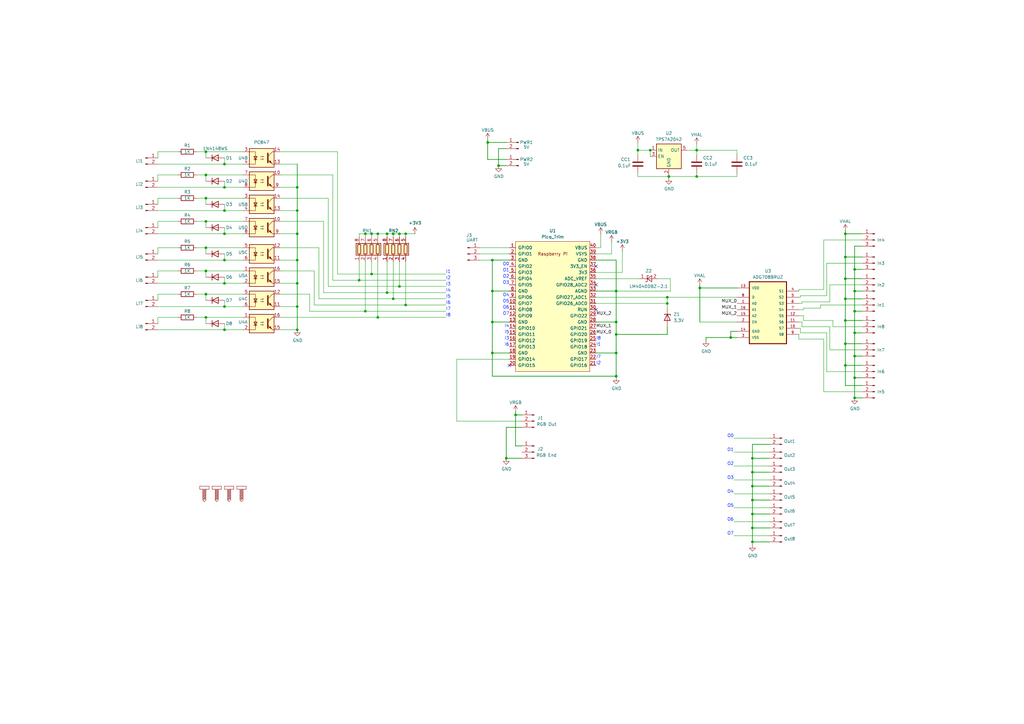
<source format=kicad_sch>
(kicad_sch (version 20250114) (generator "eeschema") (generator_version "9.0")
  (paper "A3")
  (junction (at 201.93 132.08))
  (junction (at 163.83 95.885))
  (junction (at 121.92 135.255))
  (junction (at 308.61 193.675))
  (junction (at 121.92 106.68))
  (junction (at 350.52 110.49))
  (junction (at 84.455 71.755))
  (junction (at 308.61 222.25))
  (junction (at 308.61 210.82))
  (junction (at 252.73 144.78))
  (junction (at 308.61 205.105))
  (junction (at 273.685 121.92))
  (junction (at 92.075 116.205))
  (junction (at 350.52 119.38))
  (junction (at 92.075 135.255))
  (junction (at 149.86 127.635))
  (junction (at 84.455 120.65))
  (junction (at 154.94 130.175))
  (junction (at 92.075 125.73))
  (junction (at 346.71 95.885))
  (junction (at 84.455 62.23))
  (junction (at 261.62 61.595))
  (junction (at 201.93 119.38))
  (junction (at 147.32 114.935))
  (junction (at 166.37 125.095))
  (junction (at 308.61 187.96))
  (junction (at 158.75 120.015))
  (junction (at 308.61 216.535))
  (junction (at 201.93 106.68))
  (junction (at 121.92 95.885))
  (junction (at 121.92 86.36))
  (junction (at 84.455 101.6))
  (junction (at 350.52 146.05))
  (junction (at 252.73 154.305))
  (junction (at 285.75 61.595))
  (junction (at 346.71 131.445))
  (junction (at 92.075 106.68))
  (junction (at 285.75 72.39))
  (junction (at 121.92 116.205))
  (junction (at 273.685 124.46))
  (junction (at 84.455 111.125))
  (junction (at 350.52 163.195))
  (junction (at 161.29 95.885))
  (junction (at 204.47 67.945))
  (junction (at 121.92 125.73))
  (junction (at 201.93 144.78))
  (junction (at 299.72 138.43))
  (junction (at 252.73 132.08))
  (junction (at 163.83 117.475))
  (junction (at 92.075 86.36))
  (junction (at 92.075 67.31))
  (junction (at 346.71 122.555))
  (junction (at 211.455 170.18))
  (junction (at 346.71 149.86))
  (junction (at 200.025 58.42))
  (junction (at 152.4 95.885))
  (junction (at 158.75 95.885))
  (junction (at 346.71 114.3))
  (junction (at 274.32 72.39))
  (junction (at 92.075 76.835))
  (junction (at 149.86 95.885))
  (junction (at 350.52 154.94))
  (junction (at 207.645 187.96))
  (junction (at 266.7 61.595))
  (junction (at 152.4 112.395))
  (junction (at 346.71 140.97))
  (junction (at 350.52 127.635))
  (junction (at 84.455 130.175))
  (junction (at 252.73 119.38))
  (junction (at 308.61 199.39))
  (junction (at 121.92 76.835))
  (junction (at 287.02 118.11))
  (junction (at 350.52 136.525))
  (junction (at 166.37 95.885))
  (junction (at 84.455 81.28))
  (junction (at 161.29 122.555))
  (junction (at 346.71 105.41))
  (junction (at 92.075 95.885))
  (junction (at 252.73 137.16))
  (junction (at 154.94 95.885))
  (junction (at 84.455 90.805))
  (no_connect (at 208.915 149.86))
  (no_connect (at 244.475 116.84))
  (no_connect (at 244.475 127))
  (no_connect (at 244.475 109.22))
  (wire (pts (xy 64.77 90.805) (xy 64.77 93.345)))
  (wire (pts (xy 92.075 93.345) (xy 92.075 95.885)))
  (wire (pts (xy 300.99 196.85) (xy 315.595 196.85)))
  (wire (pts (xy 64.77 125.73) (xy 92.075 125.73)))
  (wire (pts (xy 353.695 98.425) (xy 337.82 98.425)))
  (wire (pts (xy 138.43 112.395) (xy 152.4 112.395)))
  (wire (pts (xy 285.75 59.055) (xy 285.75 61.595)))
  (wire (pts (xy 281.94 61.595) (xy 285.75 61.595)))
  (wire (pts (xy 92.075 74.295) (xy 92.075 76.835)))
  (wire (pts (xy 211.455 170.18) (xy 213.995 170.18)) (stroke (width 0.254)))
  (wire (pts (xy 346.71 122.555) (xy 346.71 114.3)) (stroke (width 0.254)))
  (wire (pts (xy 350.52 136.525) (xy 350.52 146.05)) (stroke (width 0.254)))
  (wire (pts (xy 341.63 131.445) (xy 341.63 133.985)))
  (wire (pts (xy 350.52 154.94) (xy 353.695 154.94)) (stroke (width 0.254)))
  (wire (pts (xy 80.645 120.65) (xy 84.455 120.65)))
  (wire (pts (xy 308.61 216.535) (xy 308.61 222.25)) (stroke (width 0.254)))
  (wire (pts (xy 252.73 154.305) (xy 201.93 154.305)) (stroke (width 0.254)))
  (wire (pts (xy 80.645 90.805) (xy 84.455 90.805)))
  (wire (pts (xy 92.075 86.36) (xy 99.695 86.36)))
  (wire (pts (xy 204.47 67.945) (xy 207.645 67.945)) (stroke (width 0.254)))
  (wire (pts (xy 300.99 213.995) (xy 315.595 213.995)))
  (wire (pts (xy 315.595 182.245) (xy 308.61 182.245)) (stroke (width 0.254)))
  (wire (pts (xy 273.685 133.985) (xy 273.685 137.16)) (stroke (width 0.254)))
  (wire (pts (xy 328.93 133.985) (xy 328.93 132.08)))
  (wire (pts (xy 308.61 223.52) (xy 308.61 222.25)))
  (wire (pts (xy 187.325 147.32) (xy 187.325 172.72)))
  (wire (pts (xy 163.83 107.315) (xy 163.83 117.475)))
  (wire (pts (xy 308.61 182.245) (xy 308.61 187.96)) (stroke (width 0.254)))
  (wire (pts (xy 84.455 120.65) (xy 99.695 120.65)))
  (wire (pts (xy 92.075 132.715) (xy 92.075 135.255)))
  (wire (pts (xy 114.935 86.36) (xy 121.92 86.36)))
  (wire (pts (xy 337.82 160.655) (xy 353.695 160.655)))
  (wire (pts (xy 92.075 76.835) (xy 99.695 76.835)))
  (wire (pts (xy 250.825 104.14) (xy 244.475 104.14)))
  (wire (pts (xy 114.935 62.23) (xy 138.43 62.23)))
  (wire (pts (xy 147.32 107.315) (xy 147.32 114.935)))
  (wire (pts (xy 92.075 104.14) (xy 92.075 106.68)))
  (wire (pts (xy 261.62 58.42) (xy 261.62 61.595)))
  (wire (pts (xy 114.935 116.205) (xy 121.92 116.205)))
  (wire (pts (xy 64.77 95.885) (xy 92.075 95.885)))
  (wire (pts (xy 196.85 104.14) (xy 208.915 104.14)))
  (wire (pts (xy 346.71 105.41) (xy 346.71 95.885)) (stroke (width 0.254)))
  (wire (pts (xy 350.52 154.94) (xy 350.52 163.195)) (stroke (width 0.254)))
  (wire (pts (xy 152.4 112.395) (xy 182.88 112.395)))
  (wire (pts (xy 166.37 125.095) (xy 182.88 125.095)))
  (wire (pts (xy 327.66 118.745) (xy 337.82 118.745)))
  (wire (pts (xy 64.77 81.28) (xy 73.025 81.28)))
  (wire (pts (xy 328.295 121.285) (xy 339.09 121.285)))
  (wire (pts (xy 84.455 71.755) (xy 99.695 71.755)))
  (wire (pts (xy 302.26 61.595) (xy 302.26 63.5)))
  (wire (pts (xy 346.71 158.115) (xy 346.71 149.86)) (stroke (width 0.254)))
  (wire (pts (xy 80.645 71.755) (xy 84.455 71.755)))
  (wire (pts (xy 350.52 146.05) (xy 350.52 154.94)) (stroke (width 0.254)))
  (wire (pts (xy 84.455 120.65) (xy 84.455 123.19)))
  (wire (pts (xy 114.935 95.885) (xy 121.92 95.885)))
  (wire (pts (xy 149.86 107.315) (xy 149.86 127.635)))
  (wire (pts (xy 255.27 102.87) (xy 255.27 111.76)))
  (wire (pts (xy 244.475 132.08) (xy 252.73 132.08)) (stroke (width 0.254)))
  (wire (pts (xy 121.92 116.205) (xy 121.92 125.73)) (stroke (width 0.254)))
  (wire (pts (xy 158.75 95.885) (xy 161.29 95.885)))
  (wire (pts (xy 207.645 187.96) (xy 213.995 187.96)) (stroke (width 0.254)))
  (wire (pts (xy 80.645 62.23) (xy 84.455 62.23)))
  (wire (pts (xy 158.75 120.015) (xy 182.88 120.015)))
  (wire (pts (xy 350.52 146.05) (xy 353.695 146.05)) (stroke (width 0.254)))
  (wire (pts (xy 84.455 90.805) (xy 99.695 90.805)))
  (wire (pts (xy 250.825 99.06) (xy 250.825 104.14)))
  (wire (pts (xy 154.94 107.315) (xy 154.94 130.175)))
  (wire (pts (xy 273.685 121.92) (xy 273.685 124.46)))
  (wire (pts (xy 84.455 81.28) (xy 84.455 83.82)))
  (wire (pts (xy 350.52 127.635) (xy 350.52 136.525)) (stroke (width 0.254)))
  (wire (pts (xy 339.09 136.525) (xy 339.09 152.4)))
  (wire (pts (xy 328.295 134.62) (xy 327.66 134.62)))
  (wire (pts (xy 147.32 114.935) (xy 182.88 114.935)))
  (wire (pts (xy 346.71 140.97) (xy 346.71 131.445)) (stroke (width 0.254)))
  (wire (pts (xy 244.475 144.78) (xy 252.73 144.78)) (stroke (width 0.254)))
  (wire (pts (xy 339.09 107.95) (xy 339.09 121.285)))
  (wire (pts (xy 315.595 199.39) (xy 308.61 199.39)) (stroke (width 0.254)))
  (wire (pts (xy 207.645 58.42) (xy 200.025 58.42)) (stroke (width 0.254)))
  (wire (pts (xy 315.595 187.96) (xy 308.61 187.96)) (stroke (width 0.254)))
  (wire (pts (xy 158.75 107.315) (xy 158.75 120.015)))
  (wire (pts (xy 64.77 81.28) (xy 64.77 83.82)))
  (wire (pts (xy 327.66 118.745) (xy 327.66 119.38)))
  (wire (pts (xy 84.455 62.23) (xy 84.455 64.77)))
  (wire (pts (xy 149.86 95.885) (xy 149.86 97.155)))
  (wire (pts (xy 163.83 95.885) (xy 166.37 95.885)))
  (wire (pts (xy 196.85 106.68) (xy 201.93 106.68)))
  (wire (pts (xy 64.77 62.23) (xy 73.025 62.23)))
  (wire (pts (xy 244.475 114.3) (xy 262.255 114.3)))
  (wire (pts (xy 328.93 124.46) (xy 327.66 124.46)))
  (wire (pts (xy 149.86 95.885) (xy 152.4 95.885)))
  (wire (pts (xy 315.595 205.105) (xy 308.61 205.105)) (stroke (width 0.254)))
  (wire (pts (xy 92.075 64.77) (xy 92.075 67.31)))
  (wire (pts (xy 353.695 131.445) (xy 346.71 131.445)) (stroke (width 0.254)))
  (wire (pts (xy 269.875 114.3) (xy 274.955 114.3)))
  (wire (pts (xy 121.92 76.835) (xy 121.92 86.36)) (stroke (width 0.254)))
  (wire (pts (xy 161.29 122.555) (xy 182.88 122.555)))
  (wire (pts (xy 315.595 193.675) (xy 308.61 193.675)) (stroke (width 0.254)))
  (wire (pts (xy 341.63 133.985) (xy 353.695 133.985)))
  (wire (pts (xy 246.38 101.6) (xy 244.475 101.6)))
  (wire (pts (xy 328.295 121.285) (xy 328.295 121.92)))
  (wire (pts (xy 252.73 137.16) (xy 252.73 144.78)) (stroke (width 0.254)))
  (wire (pts (xy 201.93 119.38) (xy 208.915 119.38)) (stroke (width 0.254)))
  (wire (pts (xy 200.025 57.15) (xy 200.025 58.42)) (stroke (width 0.254)))
  (wire (pts (xy 353.695 122.555) (xy 346.71 122.555)) (stroke (width 0.254)))
  (wire (pts (xy 138.43 62.23) (xy 138.43 112.395)))
  (wire (pts (xy 287.02 118.11) (xy 287.02 116.84)) (stroke (width 0.254)))
  (wire (pts (xy 80.645 111.125) (xy 84.455 111.125)))
  (wire (pts (xy 329.565 129.54) (xy 327.66 129.54)))
  (wire (pts (xy 114.935 90.805) (xy 132.715 90.805)))
  (wire (pts (xy 353.695 114.3) (xy 346.71 114.3)) (stroke (width 0.254)))
  (wire (pts (xy 84.455 81.28) (xy 99.695 81.28)))
  (wire (pts (xy 166.37 107.315) (xy 166.37 125.095)))
  (wire (pts (xy 92.075 106.68) (xy 99.695 106.68)))
  (wire (pts (xy 346.71 140.97) (xy 346.71 149.86)) (stroke (width 0.254)))
  (wire (pts (xy 163.83 117.475) (xy 182.88 117.475)))
  (wire (pts (xy 128.905 125.095) (xy 166.37 125.095)))
  (wire (pts (xy 350.52 136.525) (xy 353.695 136.525)) (stroke (width 0.254)))
  (wire (pts (xy 328.93 132.08) (xy 327.66 132.08)))
  (wire (pts (xy 84.455 111.125) (xy 99.695 111.125)))
  (wire (pts (xy 353.695 100.965) (xy 350.52 100.965)) (stroke (width 0.254)))
  (wire (pts (xy 64.77 86.36) (xy 92.075 86.36)))
  (wire (pts (xy 201.93 154.305) (xy 201.93 144.78)) (stroke (width 0.254)))
  (wire (pts (xy 92.075 67.31) (xy 99.695 67.31)))
  (wire (pts (xy 84.455 130.175) (xy 99.695 130.175)))
  (wire (pts (xy 350.52 110.49) (xy 350.52 119.38)) (stroke (width 0.254)))
  (wire (pts (xy 147.32 97.155) (xy 147.32 95.885)))
  (wire (pts (xy 187.325 147.32) (xy 208.915 147.32)))
  (wire (pts (xy 201.93 144.78) (xy 201.93 132.08)) (stroke (width 0.254)))
  (wire (pts (xy 132.715 120.015) (xy 158.75 120.015)))
  (wire (pts (xy 64.77 101.6) (xy 73.025 101.6)))
  (wire (pts (xy 329.565 126.365) (xy 336.55 126.365)))
  (wire (pts (xy 201.93 132.08) (xy 208.915 132.08)) (stroke (width 0.254)))
  (wire (pts (xy 327.66 139.065) (xy 327.66 137.16)))
  (wire (pts (xy 252.73 119.38) (xy 252.73 132.08)) (stroke (width 0.254)))
  (wire (pts (xy 261.62 61.595) (xy 266.7 61.595)))
  (wire (pts (xy 285.75 71.12) (xy 285.75 72.39)))
  (wire (pts (xy 302.26 72.39) (xy 302.26 71.12)))
  (wire (pts (xy 130.81 122.555) (xy 161.29 122.555)))
  (wire (pts (xy 134.62 81.28) (xy 134.62 117.475)))
  (wire (pts (xy 127 127.635) (xy 149.86 127.635)))
  (wire (pts (xy 353.695 95.885) (xy 346.71 95.885)) (stroke (width 0.254)))
  (wire (pts (xy 114.935 67.31) (xy 121.92 67.31)))
  (wire (pts (xy 166.37 95.885) (xy 170.18 95.885)))
  (wire (pts (xy 244.475 106.68) (xy 252.73 106.68)) (stroke (width 0.254)))
  (wire (pts (xy 114.935 111.125) (xy 128.905 111.125)))
  (wire (pts (xy 353.695 158.115) (xy 346.71 158.115)) (stroke (width 0.254)))
  (wire (pts (xy 64.77 130.175) (xy 73.025 130.175)))
  (wire (pts (xy 252.73 132.08) (xy 252.73 137.16)) (stroke (width 0.254)))
  (wire (pts (xy 308.61 193.675) (xy 308.61 199.39)) (stroke (width 0.254)))
  (wire (pts (xy 64.77 67.31) (xy 92.075 67.31)))
  (wire (pts (xy 336.55 126.365) (xy 336.55 125.095)))
  (wire (pts (xy 285.75 61.595) (xy 302.26 61.595)))
  (wire (pts (xy 201.93 119.38) (xy 201.93 106.68)) (stroke (width 0.254)))
  (wire (pts (xy 266.7 61.595) (xy 266.7 64.135)))
  (wire (pts (xy 207.645 60.96) (xy 204.47 60.96)) (stroke (width 0.254)))
  (wire (pts (xy 337.82 160.655) (xy 337.82 139.065)))
  (wire (pts (xy 211.455 170.18) (xy 211.455 182.88)) (stroke (width 0.254)))
  (wire (pts (xy 299.72 135.89) (xy 299.72 138.43)) (stroke (width 0.254)))
  (wire (pts (xy 64.77 71.755) (xy 64.77 74.295)))
  (wire (pts (xy 308.61 205.105) (xy 308.61 210.82)) (stroke (width 0.254)))
  (wire (pts (xy 287.02 132.08) (xy 302.26 132.08)))
  (wire (pts (xy 299.72 135.89) (xy 302.26 135.89)) (stroke (width 0.254)))
  (wire (pts (xy 246.38 95.885) (xy 246.38 101.6)))
  (wire (pts (xy 114.935 130.175) (xy 154.94 130.175)))
  (wire (pts (xy 152.4 97.155) (xy 152.4 95.885)))
  (wire (pts (xy 350.52 127.635) (xy 353.695 127.635)) (stroke (width 0.254)))
  (wire (pts (xy 84.455 71.755) (xy 84.455 74.295)))
  (wire (pts (xy 300.99 219.71) (xy 315.595 219.71)))
  (wire (pts (xy 128.905 111.125) (xy 128.905 125.095)))
  (wire (pts (xy 350.52 110.49) (xy 353.695 110.49)) (stroke (width 0.254)))
  (wire (pts (xy 64.77 71.755) (xy 73.025 71.755)))
  (wire (pts (xy 154.94 130.175) (xy 182.88 130.175)))
  (wire (pts (xy 339.09 152.4) (xy 353.695 152.4)))
  (wire (pts (xy 273.685 126.365) (xy 273.685 124.46)))
  (wire (pts (xy 244.475 119.38) (xy 252.73 119.38)) (stroke (width 0.254)))
  (wire (pts (xy 213.995 175.26) (xy 207.645 175.26)) (stroke (width 0.254)))
  (wire (pts (xy 289.56 138.43) (xy 289.56 139.7)) (stroke (width 0.254)))
  (wire (pts (xy 161.29 107.315) (xy 161.29 122.555)))
  (wire (pts (xy 207.645 65.405) (xy 200.025 65.405)) (stroke (width 0.254)))
  (wire (pts (xy 114.935 81.28) (xy 134.62 81.28)))
  (wire (pts (xy 308.61 199.39) (xy 308.61 205.105)) (stroke (width 0.254)))
  (wire (pts (xy 328.93 133.985) (xy 340.36 133.985)))
  (wire (pts (xy 255.27 111.76) (xy 244.475 111.76)))
  (wire (pts (xy 64.77 111.125) (xy 73.025 111.125)))
  (wire (pts (xy 244.475 121.92) (xy 273.685 121.92)))
  (wire (pts (xy 353.695 149.86) (xy 346.71 149.86)) (stroke (width 0.254)))
  (wire (pts (xy 299.72 138.43) (xy 302.26 138.43)) (stroke (width 0.254)))
  (wire (pts (xy 274.955 114.3) (xy 274.955 119.38)))
  (wire (pts (xy 161.29 95.885) (xy 163.83 95.885)))
  (wire (pts (xy 285.75 72.39) (xy 302.26 72.39)))
  (wire (pts (xy 252.73 137.16) (xy 273.685 137.16)) (stroke (width 0.254)))
  (wire (pts (xy 64.77 130.175) (xy 64.77 132.715)))
  (wire (pts (xy 346.71 114.3) (xy 346.71 105.41)) (stroke (width 0.254)))
  (wire (pts (xy 64.77 101.6) (xy 64.77 104.14)))
  (wire (pts (xy 328.93 123.825) (xy 340.36 123.825)))
  (wire (pts (xy 84.455 90.805) (xy 84.455 93.345)))
  (wire (pts (xy 328.295 136.525) (xy 328.295 134.62)))
  (wire (pts (xy 136.525 71.755) (xy 136.525 114.935)))
  (wire (pts (xy 273.685 121.92) (xy 302.26 121.92)))
  (wire (pts (xy 340.36 133.985) (xy 340.36 143.51)))
  (wire (pts (xy 152.4 107.315) (xy 152.4 112.395)))
  (wire (pts (xy 64.77 76.835) (xy 92.075 76.835)))
  (wire (pts (xy 127 120.65) (xy 114.935 120.65)))
  (wire (pts (xy 201.93 106.68) (xy 208.915 106.68)) (stroke (width 0.254)))
  (wire (pts (xy 187.325 172.72) (xy 213.995 172.72)))
  (wire (pts (xy 92.075 125.73) (xy 99.695 125.73)))
  (wire (pts (xy 252.73 154.305) (xy 252.73 154.94)) (stroke (width 0.254)))
  (wire (pts (xy 252.73 119.38) (xy 274.955 119.38)))
  (wire (pts (xy 64.77 111.125) (xy 64.77 113.665)))
  (wire (pts (xy 147.32 95.885) (xy 149.86 95.885)))
  (wire (pts (xy 289.56 138.43) (xy 299.72 138.43)) (stroke (width 0.254)))
  (wire (pts (xy 285.75 72.39) (xy 274.32 72.39)))
  (wire (pts (xy 300.99 202.565) (xy 315.595 202.565)))
  (wire (pts (xy 211.455 168.91) (xy 211.455 170.18)) (stroke (width 0.254)))
  (wire (pts (xy 346.71 131.445) (xy 346.71 122.555)) (stroke (width 0.254)))
  (wire (pts (xy 114.935 71.755) (xy 136.525 71.755)))
  (wire (pts (xy 64.77 120.65) (xy 73.025 120.65)))
  (wire (pts (xy 64.77 120.65) (xy 64.77 123.19)))
  (wire (pts (xy 158.75 97.155) (xy 158.75 95.885)))
  (wire (pts (xy 64.77 106.68) (xy 92.075 106.68)))
  (wire (pts (xy 130.81 101.6) (xy 114.935 101.6)))
  (wire (pts (xy 337.82 98.425) (xy 337.82 118.745)))
  (wire (pts (xy 300.99 208.28) (xy 315.595 208.28)))
  (wire (pts (xy 80.645 130.175) (xy 84.455 130.175)))
  (wire (pts (xy 84.455 101.6) (xy 84.455 104.14)))
  (wire (pts (xy 207.645 175.26) (xy 207.645 187.96)) (stroke (width 0.254)))
  (wire (pts (xy 274.32 72.39) (xy 274.32 71.755)))
  (wire (pts (xy 84.455 101.6) (xy 99.695 101.6)))
  (wire (pts (xy 127 127.635) (xy 127 120.65)))
  (wire (pts (xy 80.645 81.28) (xy 84.455 81.28)))
  (wire (pts (xy 346.71 94.615) (xy 346.71 95.885)) (stroke (width 0.254)))
  (wire (pts (xy 121.92 67.31) (xy 121.92 76.835)) (stroke (width 0.254)))
  (wire (pts (xy 308.61 210.82) (xy 308.61 216.535)) (stroke (width 0.254)))
  (wire (pts (xy 152.4 95.885) (xy 154.94 95.885)))
  (wire (pts (xy 329.565 131.445) (xy 341.63 131.445)))
  (wire (pts (xy 166.37 95.885) (xy 166.37 97.155)))
  (wire (pts (xy 80.645 101.6) (xy 84.455 101.6)))
  (wire (pts (xy 336.55 125.095) (xy 353.695 125.095)))
  (wire (pts (xy 285.75 61.595) (xy 285.75 63.5)))
  (wire (pts (xy 121.92 95.885) (xy 121.92 106.68)) (stroke (width 0.254)))
  (wire (pts (xy 92.075 135.255) (xy 99.695 135.255)))
  (wire (pts (xy 244.475 124.46) (xy 273.685 124.46)))
  (wire (pts (xy 328.295 121.92) (xy 327.66 121.92)))
  (wire (pts (xy 154.94 95.885) (xy 154.94 97.155)))
  (wire (pts (xy 130.81 122.555) (xy 130.81 101.6)))
  (wire (pts (xy 353.695 116.84) (xy 340.36 116.84)))
  (wire (pts (xy 315.595 222.25) (xy 308.61 222.25)) (stroke (width 0.254)))
  (wire (pts (xy 302.26 118.11) (xy 287.02 118.11)) (stroke (width 0.254)))
  (wire (pts (xy 132.715 90.805) (xy 132.715 120.015)))
  (wire (pts (xy 350.52 100.965) (xy 350.52 110.49)) (stroke (width 0.254)))
  (wire (pts (xy 114.935 125.73) (xy 121.92 125.73)))
  (wire (pts (xy 201.93 144.78) (xy 208.915 144.78)) (stroke (width 0.254)))
  (wire (pts (xy 350.52 119.38) (xy 350.52 127.635)) (stroke (width 0.254)))
  (wire (pts (xy 261.62 71.12) (xy 261.62 72.39)))
  (wire (pts (xy 149.86 127.635) (xy 182.88 127.635)))
  (wire (pts (xy 329.565 131.445) (xy 329.565 129.54)))
  (wire (pts (xy 329.565 126.365) (xy 329.565 127)))
  (wire (pts (xy 252.73 106.68) (xy 252.73 119.38)) (stroke (width 0.254)))
  (wire (pts (xy 200.025 65.405) (xy 200.025 58.42)) (stroke (width 0.254)))
  (wire (pts (xy 114.935 106.68) (xy 121.92 106.68)))
  (wire (pts (xy 300.99 191.135) (xy 315.595 191.135)))
  (wire (pts (xy 252.73 144.78) (xy 252.73 154.305)) (stroke (width 0.254)))
  (wire (pts (xy 114.935 76.835) (xy 121.92 76.835)))
  (wire (pts (xy 340.36 116.84) (xy 340.36 123.825)))
  (wire (pts (xy 196.85 101.6) (xy 208.915 101.6)))
  (wire (pts (xy 308.61 187.96) (xy 308.61 193.675)) (stroke (width 0.254)))
  (wire (pts (xy 353.695 140.97) (xy 346.71 140.97)) (stroke (width 0.254)))
  (wire (pts (xy 327.66 139.065) (xy 337.82 139.065)))
  (wire (pts (xy 340.36 143.51) (xy 353.695 143.51)))
  (wire (pts (xy 92.075 116.205) (xy 99.695 116.205)))
  (wire (pts (xy 64.77 90.805) (xy 73.025 90.805)))
  (wire (pts (xy 136.525 114.935) (xy 147.32 114.935)))
  (wire (pts (xy 92.075 83.82) (xy 92.075 86.36)))
  (wire (pts (xy 328.295 136.525) (xy 339.09 136.525)))
  (wire (pts (xy 300.99 185.42) (xy 315.595 185.42)))
  (wire (pts (xy 84.455 111.125) (xy 84.455 113.665)))
  (wire (pts (xy 353.695 107.95) (xy 339.09 107.95)))
  (wire (pts (xy 92.075 95.885) (xy 99.695 95.885)))
  (wire (pts (xy 211.455 182.88) (xy 213.995 182.88)) (stroke (width 0.254)))
  (wire (pts (xy 114.935 135.255) (xy 121.92 135.255)))
  (wire (pts (xy 134.62 117.475) (xy 163.83 117.475)))
  (wire (pts (xy 287.02 118.11) (xy 287.02 132.08)) (stroke (width 0.254)))
  (wire (pts (xy 84.455 130.175) (xy 84.455 132.715)))
  (wire (pts (xy 204.47 60.96) (xy 204.47 67.945)) (stroke (width 0.254)))
  (wire (pts (xy 163.83 97.155) (xy 163.83 95.885)))
  (wire (pts (xy 92.075 113.665) (xy 92.075 116.205)))
  (wire (pts (xy 350.52 163.195) (xy 353.695 163.195)) (stroke (width 0.254)))
  (wire (pts (xy 274.32 73.025) (xy 274.32 72.39)))
  (wire (pts (xy 121.92 86.36) (xy 121.92 95.885)) (stroke (width 0.254)))
  (wire (pts (xy 261.62 72.39) (xy 274.32 72.39)))
  (wire (pts (xy 154.94 95.885) (xy 158.75 95.885)))
  (wire (pts (xy 121.92 125.73) (xy 121.92 135.255)) (stroke (width 0.254)))
  (wire (pts (xy 329.565 127) (xy 327.66 127)))
  (wire (pts (xy 84.455 62.23) (xy 99.695 62.23)))
  (wire (pts (xy 315.595 216.535) (xy 308.61 216.535)) (stroke (width 0.254)))
  (wire (pts (xy 353.695 105.41) (xy 346.71 105.41)) (stroke (width 0.254)))
  (wire (pts (xy 261.62 63.5) (xy 261.62 61.595)))
  (wire (pts (xy 64.77 62.23) (xy 64.77 64.77)))
  (wire (pts (xy 161.29 95.885) (xy 161.29 97.155)))
  (wire (pts (xy 300.99 179.705) (xy 315.595 179.705)))
  (wire (pts (xy 315.595 210.82) (xy 308.61 210.82)) (stroke (width 0.254)))
  (wire (pts (xy 201.93 132.08) (xy 201.93 119.38)) (stroke (width 0.254)))
  (wire (pts (xy 64.77 135.255) (xy 92.075 135.255)))
  (wire (pts (xy 350.52 119.38) (xy 353.695 119.38)) (stroke (width 0.254)))
  (wire (pts (xy 328.93 123.825) (xy 328.93 124.46)))
  (wire (pts (xy 92.075 123.19) (xy 92.075 125.73)))
  (wire (pts (xy 121.92 106.68) (xy 121.92 116.205)) (stroke (width 0.254)))
  (wire (pts (xy 64.77 116.205) (xy 92.075 116.205)))
  (label "I7" (at 244.475 147.32 0))
  (label "MUX_1" (at 302.26 127 180))
  (label "MUX_0" (at 244.475 137.16 0))
  (label "O4" (at 300.99 202.565 180))
  (label "I3" (at 182.88 117.475 0))
  (label "O6" (at 300.99 213.995 180))
  (label "I4" (at 182.88 120.015 0))
  (label "I2" (at 182.88 114.935 0))
  (label "O2" (at 208.915 114.3 180))
  (label "MUX_2" (at 302.26 129.54 180))
  (label "O2" (at 300.99 191.135 180))
  (label "O5" (at 208.915 124.46 180))
  (label "I7" (at 182.88 127.635 0))
  (label "O1" (at 208.915 111.76 180))
  (label "I6" (at 182.88 125.095 0))
  (label "I3" (at 208.915 139.7 180))
  (label "MUX_0" (at 302.26 124.46 180))
  (label "I1" (at 244.475 142.24 0))
  (label "O3" (at 300.99 196.85 180))
  (label "I8" (at 182.88 130.175 0))
  (label "O7" (at 300.99 219.71 180))
  (label "O3" (at 208.915 116.84 180))
  (label "I5" (at 182.88 122.555 0))
  (label "I6" (at 208.915 142.24 180))
  (label "I1" (at 182.88 112.395 0))
  (label "I8" (at 244.475 139.7 0))
  (label "O7" (at 208.915 129.54 180))
  (label "I5" (at 208.915 137.16 180))
  (label "I4" (at 208.915 134.62 180))
  (label "O0" (at 208.915 109.22 180))
  (label "MUX_1" (at 244.475 134.62 0))
  (label "MUX_2" (at 244.475 129.54 0))
  (label "I2" (at 244.475 149.86 0))
  (label "O4" (at 208.915 121.92 180))
  (label "O6" (at 208.915 127 180))
  (label "O5" (at 300.99 208.28 180))
  (label "O0" (at 300.99 179.705 180))
  (label "O1" (at 300.99 185.42 180))
  (symbol (lib_id "Device:C") (at 285.75 67.31 0) (unit 1)
    (property "Reference" "CC2" (at 288.29 64.77 0) (effects (justify left)))
    (property "Value" "0.1uF" (at 288.925 67.31 0) (effects (justify left)))
    (property "Footprint" "Capacitor_SMD:C_0603_1608Metric_Pad1.08x0.95mm_HandSolder" (effects (hide yes)))
    (property "Description" "Unpolarized capacitor" (effects (hide yes)))
  )
  (symbol (lib_id "Connector:Conn_01x02_Pin") (at 59.69 83.82 0) (unit 1)
    (property "Reference" "Li3" (at 57.15 85.09 0))
    (property "Value" "Conn_01x02_Pin" (effects (hide yes)))
    (property "Footprint" "Connector_JST:JST_XH_B2B-XH-A_1x02_P2.50mm_Vertical" (effects (hide yes)))
    (property "Description" "Generic connector, single row, 01x02, script generated" (effects (hide yes)))
  )
  (symbol (lib_id "power:+3V3") (at 255.27 102.87 0) (unit 1)
    (property "Reference" "#PWR02" (effects (hide yes)))
    (property "Value" "+3V3" (at 255.27 99.06 0))
    (property "Description" "Power symbol creates a global label with name \"+3V3\"" (effects (hide yes)))
  )
  (symbol (lib_id "Isolator:PC847") (at 107.315 104.14 0) (unit 3)
    (property "Reference" "U5" (at 99.695 103.505 0))
    (property "Value" "PC847" (effects (hide yes)))
    (property "Footprint" "Package_SO:SOP-16_4.4x10.4mm_P1.27mm" (effects (hide yes)))
    (property "Datasheet" "http://www.soselectronic.cz/a_info/resource/d/pc817.pdf" (effects (hide yes)))
    (property "Description" "DC Quad Optocoupler, Vce 35V, CTR 50-300%, DIP16" (effects (hide yes)))
  )
  (symbol (lib_id "Connector:Conn_01x03_Pin") (at 219.075 172.72 0) (mirror y) (unit 1)
    (property "Reference" "J1" (at 221.615 171.45 0))
    (property "Value" "RGB Out" (at 224.155 173.99 0))
    (property "Footprint" "io8:SH1.0_3P_Solder_Combo" (effects (hide yes)))
    (property "Description" "Generic connector, single row, 01x03, script generated" (effects (hide yes)))
  )
  (symbol (lib_id "Isolator:PC847") (at 107.315 123.19 0) (unit 3)
    (property "Reference" "U4" (at 99.695 122.555 0))
    (property "Value" "PC847" (effects (hide yes)))
    (property "Footprint" "Package_SO:SOP-16_4.4x10.4mm_P1.27mm" (effects (hide yes)))
    (property "Datasheet" "http://www.soselectronic.cz/a_info/resource/d/pc817.pdf" (effects (hide yes)))
    (property "Description" "DC Quad Optocoupler, Vce 35V, CTR 50-300%, DIP16" (effects (hide yes)))
  )
  (symbol (lib_id "Connector:Conn_01x03_Pin") (at 358.775 160.655 0) (mirror y) (unit 1)
    (property "Reference" "In5" (at 361.315 160.655 0))
    (property "Value" "Conn_01x03_Pin" (effects (hide yes)))
    (property "Footprint" "io8:SH1.0_3P_Solder_Combo" (effects (hide yes)))
    (property "Description" "Generic connector, single row, 01x03, script generated" (effects (hide yes)))
  )
  (symbol (lib_id "Isolator:PC847") (at 107.315 83.82 0) (unit 2)
    (property "Reference" "U5" (at 99.695 83.82 0))
    (property "Value" "PC847" (effects (hide yes)))
    (property "Footprint" "Package_SO:SOP-16_4.4x10.4mm_P1.27mm" (effects (hide yes)))
    (property "Datasheet" "http://www.soselectronic.cz/a_info/resource/d/pc817.pdf" (effects (hide yes)))
    (property "Description" "DC Quad Optocoupler, Vce 35V, CTR 50-300%, DIP16" (effects (hide yes)))
  )
  (symbol (lib_id "Diode:1N4148WS") (at 88.265 132.715 0) (unit 1)
    (property "Reference" "D8" (at 93.98 132.715 0))
    (property "Value" "1N4148WS" (effects (hide yes)))
    (property "Footprint" "io8:D_SOD-323_FAT" (effects (hide yes)))
    (property "Datasheet" "https://www.vishay.com/docs/85751/1n4148ws.pdf" (effects (hide yes)))
    (property "Description" "75V 0.15A Fast switching Diode, SOD-323" (effects (hide yes)))
    (property "Sim.Device" "D" (effects (hide yes)))
    (property "Sim.Pins" "1=K 2=A" (effects (hide yes)))
  )
  (symbol (lib_id "Device:D_Zener") (at 273.685 130.175 270) (unit 1)
    (property "Reference" "Z1" (at 276.225 128.9049 90) (effects (justify left)))
    (property "Value" "3.3V" (at 276.225 131.4449 90) (effects (justify left)))
    (property "Footprint" "Diode_SMD:D_SOD-123F" (effects (hide yes)))
    (property "Description" "Zener diode" (effects (hide yes)))
  )
  (symbol (lib_id "Connector:Conn_01x03_Pin") (at 191.77 104.14 0) (unit 1)
    (property "Reference" "J3" (at 192.405 96.52 0))
    (property "Value" "UART" (at 193.675 98.425 0))
    (property "Footprint" "Connector_JST:JST_XH_B3B-XH-A_1x03_P2.50mm_Vertical" (effects (hide yes)))
    (property "Description" "Generic connector, single row, 01x03, script generated" (effects (hide yes)))
  )
  (symbol (lib_id "Device:C") (at 261.62 67.31 0) (unit 1)
    (property "Reference" "CC1" (at 254.635 65.405 0) (effects (justify left)))
    (property "Value" "0.1uF" (at 253.365 67.945 0) (effects (justify left)))
    (property "Footprint" "Capacitor_SMD:C_0603_1608Metric_Pad1.08x0.95mm_HandSolder" (effects (hide yes)))
    (property "Description" "Unpolarized capacitor" (effects (hide yes)))
  )
  (symbol (lib_id "power:GND") (at 252.73 154.94 0) (unit 1)
    (property "Reference" "#PWR07" (effects (hide yes)))
    (property "Value" "GND" (at 252.857 159.3342 0))
    (property "Description" "Power symbol creates a global label with name \"GND\" , ground" (effects (hide yes)))
  )
  (symbol (lib_id "Device:R") (at 76.835 90.805 90) (unit 1)
    (property "Reference" "R4" (at 76.835 88.265 90))
    (property "Value" "1K" (at 76.835 90.805 90))
    (property "Footprint" "Resistor_SMD:R_0805_2012Metric_Pad1.20x1.40mm_HandSolder" (effects (hide yes)))
    (property "Description" "Resistor" (effects (hide yes)))
  )
  (symbol (lib_id "power:VBUS") (at 211.455 168.91 0) (unit 1)
    (property "Reference" "#PWR017" (effects (hide yes)))
    (property "Value" "VRGB" (at 211.455 165.1 0))
    (property "Description" "Power symbol creates a global label with name \"VBUS\"" (effects (hide yes)))
  )
  (symbol (lib_id "Diode:1N4148WS") (at 88.265 104.14 0) (unit 1)
    (property "Reference" "D5" (at 93.98 104.14 0))
    (property "Value" "1N4148WS" (effects (hide yes)))
    (property "Footprint" "io8:D_SOD-323_FAT" (effects (hide yes)))
    (property "Datasheet" "https://www.vishay.com/docs/85751/1n4148ws.pdf" (effects (hide yes)))
    (property "Description" "75V 0.15A Fast switching Diode, SOD-323" (effects (hide yes)))
    (property "Sim.Device" "D" (effects (hide yes)))
    (property "Sim.Pins" "1=K 2=A" (effects (hide yes)))
  )
  (symbol (lib_id "io8:M3_Screw") (at 93.98 201.93 0) (unit 1)
    (property "Reference" "S3" (effects (hide yes)))
    (property "Footprint" "io8:M3_Screw" (effects (hide yes)))
  )
  (symbol (lib_id "Connector:Conn_01x02_Pin") (at 59.69 93.345 0) (unit 1)
    (property "Reference" "Li4" (at 57.15 94.615 0))
    (property "Value" "Conn_01x02_Pin" (effects (hide yes)))
    (property "Footprint" "Connector_JST:JST_XH_B2B-XH-A_1x02_P2.50mm_Vertical" (effects (hide yes)))
    (property "Description" "Generic connector, single row, 01x02, script generated" (effects (hide yes)))
  )
  (symbol (lib_id "Connector:Conn_01x02_Pin") (at 59.69 74.295 0) (unit 1)
    (property "Reference" "Li2" (at 57.15 75.565 0))
    (property "Value" "Conn_01x02_Pin" (effects (hide yes)))
    (property "Footprint" "Connector_JST:JST_XH_B2B-XH-A_1x02_P2.50mm_Vertical" (effects (hide yes)))
    (property "Description" "Generic connector, single row, 01x02, script generated" (effects (hide yes)))
  )
  (symbol (lib_id "io8:ADG708BRUZ") (at 314.96 128.27 0) (unit 1)
    (property "Reference" "U3" (at 314.96 111.125 0))
    (property "Value" "ADG708BRUZ" (at 314.96 113.665 0))
    (property "Footprint" "Package_SO:TSSOP-16_4.4x5mm_P0.65mm" (effects (hide yes)))
  )
  (symbol (lib_id "io8:M3_Screw") (at 88.9 201.93 0) (unit 1)
    (property "Reference" "S2" (effects (hide yes)))
    (property "Footprint" "io8:M3_Screw" (effects (hide yes)))
  )
  (symbol (lib_id "Connector:Conn_01x02_Pin") (at 320.675 202.565 0) (mirror y) (unit 1)
    (property "Reference" "Out5" (at 323.85 203.835 0))
    (property "Value" "Conn_01x02_Pin" (effects (hide yes)))
    (property "Footprint" "Connector_JST:JST_XH_B2B-XH-A_1x02_P2.50mm_Vertical" (effects (hide yes)))
    (property "Description" "Generic connector, single row, 01x02, script generated" (effects (hide yes)))
  )
  (symbol (lib_id "power:GND") (at 308.61 223.52 0) (unit 1)
    (property "Reference" "#PWR08" (effects (hide yes)))
    (property "Value" "GND" (at 308.737 227.9142 0))
    (property "Description" "Power symbol creates a global label with name \"GND\" , ground" (effects (hide yes)))
  )
  (symbol (lib_id "Connector:Conn_01x03_Pin") (at 358.775 152.4 0) (mirror y) (unit 1)
    (property "Reference" "In6" (at 361.315 152.4 0))
    (property "Value" "Conn_01x03_Pin" (effects (hide yes)))
    (property "Footprint" "io8:SH1.0_3P_Solder_Combo" (effects (hide yes)))
    (property "Description" "Generic connector, single row, 01x03, script generated" (effects (hide yes)))
  )
  (symbol (lib_id "io8:M3_Screw") (at 83.82 201.93 0) (unit 1)
    (property "Reference" "S1" (effects (hide yes)))
    (property "Footprint" "io8:M3_Screw" (effects (hide yes)))
  )
  (symbol (lib_id "Device:R") (at 76.835 71.755 90) (unit 1)
    (property "Reference" "R2" (at 76.835 69.215 90))
    (property "Value" "1K" (at 76.835 71.755 90))
    (property "Footprint" "Resistor_SMD:R_0805_2012Metric_Pad1.20x1.40mm_HandSolder" (effects (hide yes)))
    (property "Description" "Resistor" (effects (hide yes)))
  )
  (symbol (lib_id "power:+3V3") (at 170.18 95.885 0) (unit 1)
    (property "Reference" "#PWR010" (effects (hide yes)))
    (property "Value" "+3V3" (at 170.18 91.44 0))
    (property "Description" "Power symbol creates a global label with name \"+3V3\"" (effects (hide yes)))
  )
  (symbol (lib_id "power:+5V") (at 261.62 58.42 0) (unit 1)
    (property "Reference" "#PWR05" (effects (hide yes)))
    (property "Value" "VBUS" (at 261.62 54.61 0))
    (property "Description" "Power symbol creates a global label with name \"+5V\"" (effects (hide yes)))
  )
  (symbol (lib_id "Diode:1N4148WS") (at 88.265 93.345 0) (unit 1)
    (property "Reference" "D4" (at 93.98 93.345 0))
    (property "Value" "1N4148WS" (effects (hide yes)))
    (property "Footprint" "io8:D_SOD-323_FAT" (effects (hide yes)))
    (property "Datasheet" "https://www.vishay.com/docs/85751/1n4148ws.pdf" (effects (hide yes)))
    (property "Description" "75V 0.15A Fast switching Diode, SOD-323" (effects (hide yes)))
    (property "Sim.Device" "D" (effects (hide yes)))
    (property "Sim.Pins" "1=K 2=A" (effects (hide yes)))
  )
  (symbol (lib_id "power:VBUS") (at 250.825 99.06 0) (unit 1)
    (property "Reference" "#PWR03" (effects (hide yes)))
    (property "Value" "VRGB" (at 250.825 95.25 0))
    (property "Description" "Power symbol creates a global label with name \"VBUS\"" (effects (hide yes)))
  )
  (symbol (lib_id "Connector:Conn_01x03_Pin") (at 358.775 143.51 0) (mirror y) (unit 1)
    (property "Reference" "In7" (at 361.315 143.51 0))
    (property "Value" "Conn_01x03_Pin" (effects (hide yes)))
    (property "Footprint" "io8:SH1.0_3P_Solder_Combo" (effects (hide yes)))
    (property "Description" "Generic connector, single row, 01x03, script generated" (effects (hide yes)))
  )
  (symbol (lib_id "Connector:Conn_01x02_Pin") (at 320.675 185.42 0) (mirror y) (unit 1)
    (property "Reference" "Out2" (at 323.85 186.69 0))
    (property "Value" "Conn_01x02_Pin" (effects (hide yes)))
    (property "Footprint" "Connector_JST:JST_XH_B2B-XH-A_1x02_P2.50mm_Vertical" (effects (hide yes)))
    (property "Description" "Generic connector, single row, 01x02, script generated" (effects (hide yes)))
  )
  (symbol (lib_id "Isolator:PC847") (at 107.315 64.77 0) (unit 2)
    (property "Reference" "U4" (at 99.695 64.77 0))
    (property "Value" "PC847" (at 107.315 58.42 0))
    (property "Footprint" "Package_SO:SOP-16_4.4x10.4mm_P1.27mm" (effects (hide yes)))
    (property "Datasheet" "http://www.soselectronic.cz/a_info/resource/d/pc817.pdf" (effects (hide yes)))
    (property "Description" "DC Quad Optocoupler, Vce 35V, CTR 50-300%, DIP16" (effects (hide yes)))
  )
  (symbol (lib_id "Connector:Conn_01x02_Pin") (at 320.675 219.71 0) (mirror y) (unit 1)
    (property "Reference" "Out8" (at 323.85 220.98 0))
    (property "Value" "Conn_01x02_Pin" (effects (hide yes)))
    (property "Footprint" "Connector_JST:JST_XH_B2B-XH-A_1x02_P2.50mm_Vertical" (effects (hide yes)))
    (property "Description" "Generic connector, single row, 01x02, script generated" (effects (hide yes)))
  )
  (symbol (lib_id "Connector:Conn_01x03_Pin") (at 358.775 125.095 0) (mirror y) (unit 1)
    (property "Reference" "In1" (at 361.315 125.095 0))
    (property "Value" "Conn_01x03_Pin" (effects (hide yes)))
    (property "Footprint" "io8:SH1.0_3P_Solder_Combo" (effects (hide yes)))
    (property "Description" "Generic connector, single row, 01x03, script generated" (effects (hide yes)))
  )
  (symbol (lib_id "power:GND") (at 121.92 135.255 0) (unit 1)
    (property "Reference" "#PWR012" (effects (hide yes)))
    (property "Value" "GND" (at 122.047 139.6492 0))
    (property "Description" "Power symbol creates a global label with name \"GND\" , ground" (effects (hide yes)))
  )
  (symbol (lib_id "Connector:Conn_01x02_Pin") (at 320.675 208.28 0) (mirror y) (unit 1)
    (property "Reference" "Out6" (at 323.85 209.55 0))
    (property "Value" "Conn_01x02_Pin" (effects (hide yes)))
    (property "Footprint" "Connector_JST:JST_XH_B2B-XH-A_1x02_P2.50mm_Vertical" (effects (hide yes)))
    (property "Description" "Generic connector, single row, 01x02, script generated" (effects (hide yes)))
  )
  (symbol (lib_id "Device:R_Pack04") (at 163.83 102.235 0) (unit 1)
    (property "Reference" "RN2" (at 159.385 94.615 0) (effects (justify left)))
    (property "Value" "R_Pack04" (effects (hide yes)))
    (property "Footprint" "io8:R_Array_Convex_4x0805" (effects (hide yes)))
    (property "Description" "4 resistor network, parallel topology" (effects (hide yes)))
  )
  (symbol (lib_id "Connector:Conn_01x02_Pin") (at 59.69 113.665 0) (unit 1)
    (property "Reference" "Li6" (at 57.15 114.935 0))
    (property "Value" "Conn_01x02_Pin" (effects (hide yes)))
    (property "Footprint" "Connector_JST:JST_XH_B2B-XH-A_1x02_P2.50mm_Vertical" (effects (hide yes)))
    (property "Description" "Generic connector, single row, 01x02, script generated" (effects (hide yes)))
  )
  (symbol (lib_id "Device:C") (at 302.26 67.31 0) (unit 1)
    (property "Reference" "CC3" (at 304.8 64.77 0) (effects (justify left)))
    (property "Value" "0.1uF" (at 305.435 67.31 0) (effects (justify left)))
    (property "Footprint" "Capacitor_SMD:C_0603_1608Metric_Pad1.08x0.95mm_HandSolder" (effects (hide yes)))
    (property "Description" "Unpolarized capacitor" (effects (hide yes)))
  )
  (symbol (lib_id "Connector:Conn_01x02_Pin") (at 59.69 104.14 0) (unit 1)
    (property "Reference" "Li5" (at 57.15 105.41 0))
    (property "Value" "Conn_01x02_Pin" (effects (hide yes)))
    (property "Footprint" "Connector_JST:JST_XH_B2B-XH-A_1x02_P2.50mm_Vertical" (effects (hide yes)))
    (property "Description" "Generic connector, single row, 01x02, script generated" (effects (hide yes)))
  )
  (symbol (lib_id "power:GND") (at 207.645 187.96 0) (unit 1)
    (property "Reference" "#PWR020" (effects (hide yes)))
    (property "Value" "GND" (at 207.772 192.3542 0))
    (property "Description" "Power symbol creates a global label with name \"GND\" , ground" (effects (hide yes)))
  )
  (symbol (lib_id "power:VBUS") (at 246.38 95.885 0) (unit 1)
    (property "Reference" "#PWR01" (effects (hide yes)))
    (property "Value" "VBUS" (at 246.38 92.075 0))
    (property "Description" "Power symbol creates a global label with name \"VBUS\"" (effects (hide yes)))
  )
  (symbol (lib_id "Connector:Conn_01x02_Pin") (at 59.69 64.77 0) (unit 1)
    (property "Reference" "Li1" (at 57.15 66.04 0))
    (property "Value" "Conn_01x02_Pin" (effects (hide yes)))
    (property "Footprint" "Connector_JST:JST_XH_B2B-XH-A_1x02_P2.50mm_Vertical" (effects (hide yes)))
    (property "Description" "Generic connector, single row, 01x02, script generated" (effects (hide yes)))
  )
  (symbol (lib_id "Isolator:PC847") (at 107.315 74.295 0) (unit 4)
    (property "Reference" "U4" (at 99.695 74.295 0))
    (property "Value" "PC847" (effects (hide yes)))
    (property "Footprint" "Package_SO:SOP-16_4.4x10.4mm_P1.27mm" (effects (hide yes)))
    (property "Datasheet" "http://www.soselectronic.cz/a_info/resource/d/pc817.pdf" (effects (hide yes)))
    (property "Description" "DC Quad Optocoupler, Vce 35V, CTR 50-300%, DIP16" (effects (hide yes)))
  )
  (symbol (lib_id "Connector:Conn_01x02_Pin") (at 320.675 196.85 0) (mirror y) (unit 1)
    (property "Reference" "Out4" (at 323.85 198.12 0))
    (property "Value" "Conn_01x02_Pin" (effects (hide yes)))
    (property "Footprint" "Connector_JST:JST_XH_B2B-XH-A_1x02_P2.50mm_Vertical" (effects (hide yes)))
    (property "Description" "Generic connector, single row, 01x02, script generated" (effects (hide yes)))
  )
  (symbol (lib_id "power:GND") (at 274.32 73.025 0) (unit 1)
    (property "Reference" "#PWR022" (effects (hide yes)))
    (property "Value" "GND" (at 274.447 77.4192 0))
    (property "Description" "Power symbol creates a global label with name \"GND\" , ground" (effects (hide yes)))
  )
  (symbol (lib_id "Connector:Conn_01x02_Pin") (at 320.675 213.995 0) (mirror y) (unit 1)
    (property "Reference" "Out7" (at 323.85 215.265 0))
    (property "Value" "Conn_01x02_Pin" (effects (hide yes)))
    (property "Footprint" "Connector_JST:JST_XH_B2B-XH-A_1x02_P2.50mm_Vertical" (effects (hide yes)))
    (property "Description" "Generic connector, single row, 01x02, script generated" (effects (hide yes)))
  )
  (symbol (lib_id "power:+5V") (at 346.71 94.615 0) (unit 1)
    (property "Reference" "#PWR019" (effects (hide yes)))
    (property "Value" "VHAL" (at 346.71 90.805 0))
    (property "Description" "Power symbol creates a global label with name \"+5V\"" (effects (hide yes)))
  )
  (symbol (lib_id "Connector:Conn_01x02_Pin") (at 320.675 191.135 0) (mirror y) (unit 1)
    (property "Reference" "Out3" (at 323.85 192.405 0))
    (property "Value" "Conn_01x02_Pin" (effects (hide yes)))
    (property "Footprint" "Connector_JST:JST_XH_B2B-XH-A_1x02_P2.50mm_Vertical" (effects (hide yes)))
    (property "Description" "Generic connector, single row, 01x02, script generated" (effects (hide yes)))
  )
  (symbol (lib_id "io8:Pico_Trim") (at 226.695 125.73 0) (unit 1)
    (property "Reference" "U1" (at 226.695 94.615 0))
    (property "Value" "Pico_Trim" (at 226.695 97.155 0))
    (property "Footprint" "io8:RPi_Pico_SMD_No_USB" (effects (hide yes)))
  )
  (symbol (lib_id "power:VBUS") (at 200.025 57.15 0) (unit 1)
    (property "Reference" "#PWR024" (effects (hide yes)))
    (property "Value" "VBUS" (at 200.025 53.34 0))
    (property "Description" "Power symbol creates a global label with name \"VBUS\"" (effects (hide yes)))
  )
  (symbol (lib_id "power:GND") (at 204.47 67.945 0) (unit 1)
    (property "Reference" "#PWR025" (effects (hide yes)))
    (property "Value" "GND" (at 204.597 72.3392 0))
    (property "Description" "Power symbol creates a global label with name \"GND\" , ground" (effects (hide yes)))
  )
  (symbol (lib_id "Connector:Conn_01x03_Pin") (at 358.775 107.95 0) (mirror y) (unit 1)
    (property "Reference" "In3" (at 361.315 107.95 0))
    (property "Value" "Conn_01x03_Pin" (effects (hide yes)))
    (property "Footprint" "io8:SH1.0_3P_Solder_Combo" (effects (hide yes)))
    (property "Description" "Generic connector, single row, 01x03, script generated" (effects (hide yes)))
  )
  (symbol (lib_id "Diode:1N4148WS") (at 88.265 74.295 0) (unit 1)
    (property "Reference" "D2" (at 93.98 74.295 0))
    (property "Value" "1N4148WS" (effects (hide yes)))
    (property "Footprint" "io8:D_SOD-323_FAT" (effects (hide yes)))
    (property "Datasheet" "https://www.vishay.com/docs/85751/1n4148ws.pdf" (effects (hide yes)))
    (property "Description" "75V 0.15A Fast switching Diode, SOD-323" (effects (hide yes)))
    (property "Sim.Device" "D" (effects (hide yes)))
    (property "Sim.Pins" "1=K 2=A" (effects (hide yes)))
  )
  (symbol (lib_id "power:GND") (at 289.56 139.7 0) (unit 1)
    (property "Reference" "#PWR06" (effects (hide yes)))
    (property "Value" "GND" (at 289.687 144.0942 0))
    (property "Description" "Power symbol creates a global label with name \"GND\" , ground" (effects (hide yes)))
  )
  (symbol (lib_id "Device:R") (at 76.835 101.6 90) (unit 1)
    (property "Reference" "R5" (at 76.835 99.06 90))
    (property "Value" "1K" (at 76.835 101.6 90))
    (property "Footprint" "Resistor_SMD:R_0805_2012Metric_Pad1.20x1.40mm_HandSolder" (effects (hide yes)))
    (property "Description" "Resistor" (effects (hide yes)))
  )
  (symbol (lib_id "Connector:Conn_01x02_Pin") (at 59.69 123.19 0) (unit 1)
    (property "Reference" "Li7" (at 57.15 124.46 0))
    (property "Value" "Conn_01x02_Pin" (effects (hide yes)))
    (property "Footprint" "Connector_JST:JST_XH_B2B-XH-A_1x02_P2.50mm_Vertical" (effects (hide yes)))
    (property "Description" "Generic connector, single row, 01x02, script generated" (effects (hide yes)))
  )
  (symbol (lib_id "Reference_Voltage:LM4040DBZ-3") (at 266.065 114.3 180) (unit 1)
    (property "Reference" "Z2" (at 266.065 111.125 0))
    (property "Value" "LM4040DBZ-2.1" (at 266.065 117.475 0))
    (property "Footprint" "io8:SOT-23-FAT" (effects (hide yes)))
    (property "Datasheet" "http://www.ti.com/lit/ds/symlink/lm4040-n.pdf" (effects (hide yes)))
    (property "Description" "3.000V Precision Micropower Shunt Voltage Reference, SOT-23" (effects (hide yes)))
  )
  (symbol (lib_id "Isolator:PC847") (at 107.315 132.715 0) (unit 1)
    (property "Reference" "U4" (at 99.695 132.08 0))
    (property "Value" "PC847" (effects (hide yes)))
    (property "Footprint" "Package_SO:SOP-16_4.4x10.4mm_P1.27mm" (effects (hide yes)))
    (property "Datasheet" "http://www.soselectronic.cz/a_info/resource/d/pc817.pdf" (effects (hide yes)))
    (property "Description" "DC Quad Optocoupler, Vce 35V, CTR 50-300%, DIP16" (effects (hide yes)))
  )
  (symbol (lib_id "Device:R") (at 76.835 62.23 90) (unit 1)
    (property "Reference" "R1" (at 76.835 59.69 90))
    (property "Value" "1K" (at 76.835 62.23 90))
    (property "Footprint" "Resistor_SMD:R_0805_2012Metric_Pad1.20x1.40mm_HandSolder" (effects (hide yes)))
    (property "Description" "Resistor" (effects (hide yes)))
  )
  (symbol (lib_id "Device:R_Pack04") (at 152.4 102.235 0) (unit 1)
    (property "Reference" "RN1" (at 148.59 94.615 0) (effects (justify left)))
    (property "Value" "R_Pack04" (effects (hide yes)))
    (property "Footprint" "io8:R_Array_Convex_4x0805" (effects (hide yes)))
    (property "Description" "4 resistor network, parallel topology" (effects (hide yes)))
  )
  (symbol (lib_id "Connector:Conn_01x02_Pin") (at 320.675 179.705 0) (mirror y) (unit 1)
    (property "Reference" "Out1" (at 323.85 180.975 0))
    (property "Value" "Conn_01x02_Pin" (effects (hide yes)))
    (property "Footprint" "Connector_JST:JST_XH_B2B-XH-A_1x02_P2.50mm_Vertical" (effects (hide yes)))
    (property "Description" "Generic connector, single row, 01x02, script generated" (effects (hide yes)))
  )
  (symbol (lib_id "Connector:Conn_01x03_Pin") (at 358.775 116.84 0) (mirror y) (unit 1)
    (property "Reference" "In2" (at 361.315 116.84 0))
    (property "Value" "Conn_01x03_Pin" (effects (hide yes)))
    (property "Footprint" "io8:SH1.0_3P_Solder_Combo" (effects (hide yes)))
    (property "Description" "Generic connector, single row, 01x03, script generated" (effects (hide yes)))
  )
  (symbol (lib_id "Connector:Conn_01x03_Pin") (at 358.775 98.425 0) (mirror y) (unit 1)
    (property "Reference" "In4" (at 361.315 98.425 0))
    (property "Value" "Conn_01x03_Pin" (effects (hide yes)))
    (property "Footprint" "io8:SH1.0_3P_Solder_Combo" (effects (hide yes)))
    (property "Description" "Generic connector, single row, 01x03, script generated" (effects (hide yes)))
  )
  (symbol (lib_id "Device:R") (at 76.835 120.65 90) (unit 1)
    (property "Reference" "R7" (at 76.835 118.11 90))
    (property "Value" "1K" (at 76.835 120.65 90))
    (property "Footprint" "Resistor_SMD:R_0805_2012Metric_Pad1.20x1.40mm_HandSolder" (effects (hide yes)))
    (property "Description" "Resistor" (effects (hide yes)))
  )
  (symbol (lib_id "Device:R") (at 76.835 81.28 90) (unit 1)
    (property "Reference" "R3" (at 76.835 78.74 90))
    (property "Value" "1K" (at 76.835 81.28 90))
    (property "Footprint" "Resistor_SMD:R_0805_2012Metric_Pad1.20x1.40mm_HandSolder" (effects (hide yes)))
    (property "Description" "Resistor" (effects (hide yes)))
  )
  (symbol (lib_id "Connector:Conn_01x03_Pin") (at 219.075 185.42 0) (mirror y) (unit 1)
    (property "Reference" "J2" (at 221.615 184.15 0))
    (property "Value" "RGB End" (at 224.155 186.69 0))
    (property "Footprint" "io8:SH1.0_3P_Solder_Combo" (effects (hide yes)))
    (property "Description" "Generic connector, single row, 01x03, script generated" (effects (hide yes)))
  )
  (symbol (lib_id "Device:R") (at 76.835 111.125 90) (unit 1)
    (property "Reference" "R6" (at 76.835 108.585 90))
    (property "Value" "1K" (at 76.835 111.125 90))
    (property "Footprint" "Resistor_SMD:R_0805_2012Metric_Pad1.20x1.40mm_HandSolder" (effects (hide yes)))
    (property "Description" "Resistor" (effects (hide yes)))
  )
  (symbol (lib_id "Diode:1N4148WS") (at 88.265 123.19 0) (unit 1)
    (property "Reference" "D7" (at 93.98 123.19 0))
    (property "Value" "1N4148WS" (effects (hide yes)))
    (property "Footprint" "io8:D_SOD-323_FAT" (effects (hide yes)))
    (property "Datasheet" "https://www.vishay.com/docs/85751/1n4148ws.pdf" (effects (hide yes)))
    (property "Description" "75V 0.15A Fast switching Diode, SOD-323" (effects (hide yes)))
    (property "Sim.Device" "D" (effects (hide yes)))
    (property "Sim.Pins" "1=K 2=A" (effects (hide yes)))
  )
  (symbol (lib_id "power:+5V") (at 287.02 116.84 0) (unit 1)
    (property "Reference" "#PWR04" (effects (hide yes)))
    (property "Value" "VHAL" (at 287.02 113.03 0))
    (property "Description" "Power symbol creates a global label with name \"+5V\"" (effects (hide yes)))
  )
  (symbol (lib_id "Diode:1N4148WS") (at 88.265 83.82 0) (unit 1)
    (property "Reference" "D3" (at 93.98 83.82 0))
    (property "Value" "1N4148WS" (effects (hide yes)))
    (property "Footprint" "io8:D_SOD-323_FAT" (effects (hide yes)))
    (property "Datasheet" "https://www.vishay.com/docs/85751/1n4148ws.pdf" (effects (hide yes)))
    (property "Description" "75V 0.15A Fast switching Diode, SOD-323" (effects (hide yes)))
    (property "Sim.Device" "D" (effects (hide yes)))
    (property "Sim.Pins" "1=K 2=A" (effects (hide yes)))
  )
  (symbol (lib_id "Regulator_Linear:LP5907MFX-4.5") (at 274.32 64.135 0) (unit 1)
    (property "Reference" "U2" (at 274.32 54.61 0))
    (property "Value" "TPS7A2042" (at 274.32 57.15 0))
    (property "Footprint" "Package_TO_SOT_SMD:SOT-23-5" (effects (hide yes)))
    (property "Datasheet" "http://www.ti.com/lit/ds/symlink/lp5907.pdf" (effects (hide yes)))
    (property "Description" "250-mA Ultra-Low-Noise Low-IQ LDO, 4.5V, SOT-23" (effects (hide yes)))
  )
  (symbol (lib_id "Diode:1N4148WS") (at 88.265 64.77 0) (unit 1)
    (property "Reference" "D1" (at 93.98 64.77 0))
    (property "Value" "1N4148WS" (at 88.265 60.96 0))
    (property "Footprint" "io8:D_SOD-323_FAT" (effects (hide yes)))
    (property "Datasheet" "https://www.vishay.com/docs/85751/1n4148ws.pdf" (effects (hide yes)))
    (property "Description" "75V 0.15A Fast switching Diode, SOD-323" (effects (hide yes)))
    (property "Sim.Device" "D" (effects (hide yes)))
    (property "Sim.Pins" "1=K 2=A" (effects (hide yes)))
  )
  (symbol (lib_id "Connector:Conn_01x02_Pin") (at 212.725 65.405 0) (mirror y) (unit 1)
    (property "Reference" "PWR2" (at 215.9 65.405 0))
    (property "Value" "5V" (at 215.9 67.31 0))
    (property "Footprint" "Connector_JST:JST_XH_B2B-XH-A_1x02_P2.50mm_Vertical" (effects (hide yes)))
    (property "Description" "Generic connector, single row, 01x02, script generated" (effects (hide yes)))
  )
  (symbol (lib_id "Diode:1N4148WS") (at 88.265 113.665 0) (unit 1)
    (property "Reference" "D6" (at 93.98 113.665 0))
    (property "Value" "1N4148WS" (effects (hide yes)))
    (property "Footprint" "io8:D_SOD-323_FAT" (effects (hide yes)))
    (property "Datasheet" "https://www.vishay.com/docs/85751/1n4148ws.pdf" (effects (hide yes)))
    (property "Description" "75V 0.15A Fast switching Diode, SOD-323" (effects (hide yes)))
    (property "Sim.Device" "D" (effects (hide yes)))
    (property "Sim.Pins" "1=K 2=A" (effects (hide yes)))
  )
  (symbol (lib_id "Connector:Conn_01x02_Pin") (at 212.725 58.42 0) (mirror y) (unit 1)
    (property "Reference" "PWR1" (at 215.9 58.42 0))
    (property "Value" "5V" (at 215.9 60.325 0))
    (property "Footprint" "Connector_JST:JST_XH_B2B-XH-A_1x02_P2.50mm_Vertical" (effects (hide yes)))
    (property "Description" "Generic connector, single row, 01x02, script generated" (effects (hide yes)))
  )
  (symbol (lib_id "power:GND") (at 350.52 163.195 0) (unit 1)
    (property "Reference" "#PWR011" (effects (hide yes)))
    (property "Value" "GND" (at 350.647 167.5892 0))
    (property "Description" "Power symbol creates a global label with name \"GND\" , ground" (effects (hide yes)))
  )
  (symbol (lib_id "Connector:Conn_01x02_Pin") (at 59.69 132.715 0) (unit 1)
    (property "Reference" "Li8" (at 57.15 133.985 0))
    (property "Value" "Conn_01x02_Pin" (effects (hide yes)))
    (property "Footprint" "Connector_JST:JST_XH_B2B-XH-A_1x02_P2.50mm_Vertical" (effects (hide yes)))
    (property "Description" "Generic connector, single row, 01x02, script generated" (effects (hide yes)))
  )
  (symbol (lib_id "Connector:Conn_01x03_Pin") (at 358.775 133.985 0) (mirror y) (unit 1)
    (property "Reference" "In8" (at 361.315 133.985 0))
    (property "Value" "Conn_01x03_Pin" (effects (hide yes)))
    (property "Footprint" "io8:SH1.0_3P_Solder_Combo" (effects (hide yes)))
    (property "Description" "Generic connector, single row, 01x03, script generated" (effects (hide yes)))
  )
  (symbol (lib_id "Isolator:PC847") (at 107.315 113.665 0) (unit 1)
    (property "Reference" "U5" (at 99.695 113.03 0))
    (property "Value" "PC847" (effects (hide yes)))
    (property "Footprint" "Package_SO:SOP-16_4.4x10.4mm_P1.27mm" (effects (hide yes)))
    (property "Datasheet" "http://www.soselectronic.cz/a_info/resource/d/pc817.pdf" (effects (hide yes)))
    (property "Description" "DC Quad Optocoupler, Vce 35V, CTR 50-300%, DIP16" (effects (hide yes)))
  )
  (symbol (lib_id "io8:M3_Screw") (at 99.06 201.93 0) (unit 1)
    (property "Reference" "S4" (effects (hide yes)))
    (property "Footprint" "io8:M3_Screw" (effects (hide yes)))
  )
  (symbol (lib_id "Isolator:PC847") (at 107.315 93.345 0) (unit 4)
    (property "Reference" "U5" (at 99.695 93.345 0))
    (property "Value" "PC847" (effects (hide yes)))
    (property "Footprint" "Package_SO:SOP-16_4.4x10.4mm_P1.27mm" (effects (hide yes)))
    (property "Datasheet" "http://www.soselectronic.cz/a_info/resource/d/pc817.pdf" (effects (hide yes)))
    (property "Description" "DC Quad Optocoupler, Vce 35V, CTR 50-300%, DIP16" (effects (hide yes)))
  )
  (symbol (lib_id "Device:R") (at 76.835 130.175 90) (unit 1)
    (property "Reference" "R8" (at 76.835 127.635 90))
    (property "Value" "1K" (at 76.835 130.175 90))
    (property "Footprint" "Resistor_SMD:R_0805_2012Metric_Pad1.20x1.40mm_HandSolder" (effects (hide yes)))
    (property "Description" "Resistor" (effects (hide yes)))
  )
  (symbol (lib_id "power:+5V") (at 285.75 59.055 0) (unit 1)
    (property "Reference" "#PWR021" (effects (hide yes)))
    (property "Value" "VHAL" (at 285.75 55.245 0))
    (property "Description" "Power symbol creates a global label with name \"+5V\"" (effects (hide yes)))
  )
)
</source>
